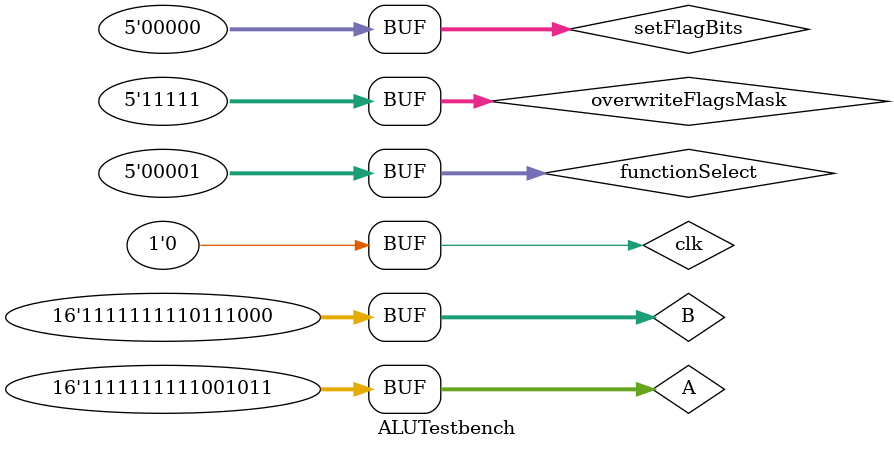
<source format=v>

`timescale 1ns / 1ps

module ALUTestbench;

    reg clk;
    reg signed [15:0] A;
    reg signed [15:0] B;
    reg [4:0] functionSelect;
    reg [4:0] overwriteFlagsMask;
    reg [4:0] setFlagBits; // carry overflow zero pos neg
    wire signed [15:0] result;
    wire [4:0] currentFlags;    // carry overflow zero pos neg

    ALU uut(

        .clk(clk),
        .A(A),
        .B(B),
        .functionSelect(functionSelect),
        .overwriteFlagsMask(overwriteFlagsMask),
        .setFlagBits(setFlagBits),
        .result(result),
        .currentFlags(currentFlags)

    );

    initial begin

        A = 14; B = 28; functionSelect = 1; 
        #10 clk = 1; #10 clk = 0;

        #10 functionSelect = 17; overwriteFlagsMask = 5'b11111; setFlagBits = 5'b00100;
        #10 clk = 1; #10 clk = 0;

        overwriteFlagsMask = 5'b11111; setFlagBits = 5'b00000;
        #10 clk = 1; #10 clk = 0;

        A = 42; B = 28; functionSelect = 3; 
        #10 clk = 1; #10 clk = 0;

        A = 7; B = 89; functionSelect = 5;
        #10 clk = 1; #10 clk = 0;

        overwriteFlagsMask = 5'b11111; setFlagBits = 5'b00000;
        #10 clk = 1; #10 clk = 0;

        A = 42; B = 50; functionSelect = 3; 
        #10 clk = 1; #10 clk = 0;

        overwriteFlagsMask = 5'b11111; setFlagBits = 5'b00000;
        #10 clk = 1; #10 clk = 0;

        A = -53; B = -72; functionSelect = 1;
        #10 clk = 1; #10 clk = 0;
        

    end

endmodule

</source>
